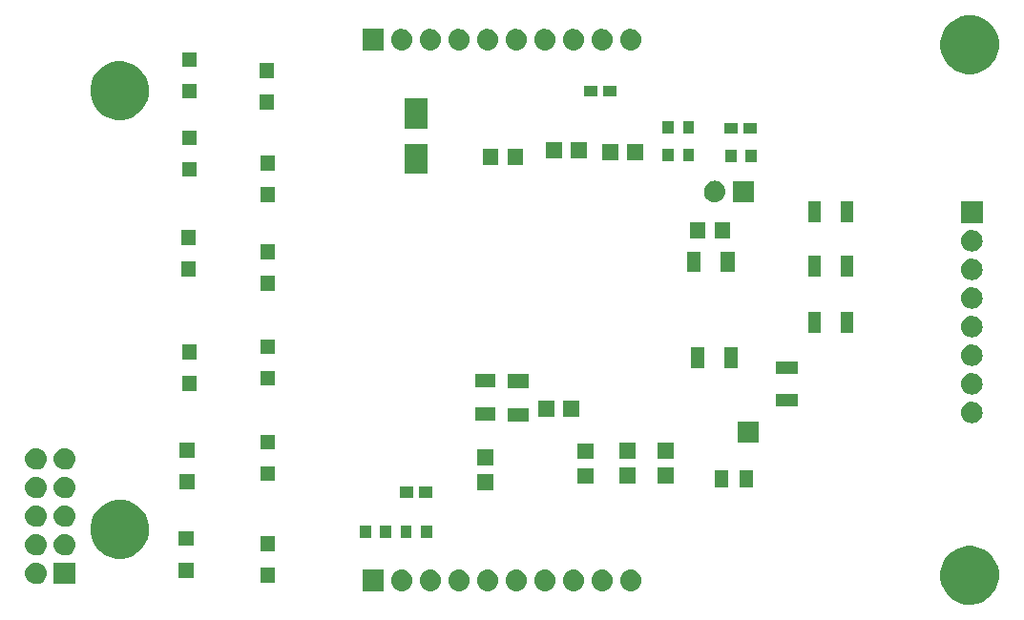
<source format=gbr>
G04 #@! TF.FileFunction,Soldermask,Bot*
%FSLAX46Y46*%
G04 Gerber Fmt 4.6, Leading zero omitted, Abs format (unit mm)*
G04 Created by KiCad (PCBNEW 4.0.7) date 05/28/18 23:31:17*
%MOMM*%
%LPD*%
G01*
G04 APERTURE LIST*
%ADD10C,0.100000*%
G04 APERTURE END LIST*
D10*
G36*
X189683090Y-113281729D02*
X190182559Y-113384255D01*
X190652610Y-113581846D01*
X191075321Y-113866968D01*
X191434610Y-114228773D01*
X191716774Y-114653465D01*
X191911076Y-115124878D01*
X192010012Y-115624539D01*
X192010012Y-115624556D01*
X192010111Y-115625057D01*
X192001979Y-116207443D01*
X192001865Y-116207944D01*
X192001865Y-116207962D01*
X191889018Y-116704659D01*
X191681628Y-117170465D01*
X191387713Y-117587116D01*
X191018469Y-117938742D01*
X190587953Y-118211956D01*
X190112579Y-118396341D01*
X189610434Y-118484883D01*
X189100655Y-118474205D01*
X188602668Y-118364715D01*
X188135428Y-118160583D01*
X187716733Y-117869583D01*
X187362534Y-117502798D01*
X187086325Y-117074207D01*
X186898624Y-116600129D01*
X186806580Y-116098616D01*
X186813698Y-115588776D01*
X186919710Y-115090034D01*
X187120576Y-114621379D01*
X187408646Y-114200663D01*
X187772947Y-113843914D01*
X188199599Y-113564720D01*
X188672357Y-113373714D01*
X189173219Y-113278169D01*
X189683090Y-113281729D01*
X189683090Y-113281729D01*
G37*
G36*
X139210950Y-115394795D02*
X139210971Y-115394801D01*
X139211024Y-115394807D01*
X139388140Y-115449633D01*
X139551233Y-115537817D01*
X139694092Y-115656001D01*
X139811275Y-115799681D01*
X139898319Y-115963386D01*
X139951907Y-116140880D01*
X139970000Y-116325403D01*
X139970000Y-116334722D01*
X139969930Y-116344811D01*
X139969928Y-116344826D01*
X139969907Y-116347861D01*
X139949240Y-116532113D01*
X139893179Y-116708842D01*
X139803858Y-116871316D01*
X139684680Y-117013346D01*
X139540185Y-117129523D01*
X139375876Y-117215422D01*
X139198012Y-117267770D01*
X139197958Y-117267775D01*
X139197941Y-117267780D01*
X139013370Y-117284577D01*
X138829050Y-117265205D01*
X138829029Y-117265199D01*
X138828976Y-117265193D01*
X138651860Y-117210367D01*
X138488767Y-117122183D01*
X138345908Y-117003999D01*
X138228725Y-116860319D01*
X138141681Y-116696614D01*
X138088093Y-116519120D01*
X138070000Y-116334597D01*
X138070000Y-116325278D01*
X138070070Y-116315189D01*
X138070072Y-116315174D01*
X138070093Y-116312139D01*
X138090760Y-116127887D01*
X138146821Y-115951158D01*
X138236142Y-115788684D01*
X138355320Y-115646654D01*
X138499815Y-115530477D01*
X138664124Y-115444578D01*
X138841988Y-115392230D01*
X138842042Y-115392225D01*
X138842059Y-115392220D01*
X139026630Y-115375423D01*
X139210950Y-115394795D01*
X139210950Y-115394795D01*
G37*
G36*
X151910950Y-115394795D02*
X151910971Y-115394801D01*
X151911024Y-115394807D01*
X152088140Y-115449633D01*
X152251233Y-115537817D01*
X152394092Y-115656001D01*
X152511275Y-115799681D01*
X152598319Y-115963386D01*
X152651907Y-116140880D01*
X152670000Y-116325403D01*
X152670000Y-116334722D01*
X152669930Y-116344811D01*
X152669928Y-116344826D01*
X152669907Y-116347861D01*
X152649240Y-116532113D01*
X152593179Y-116708842D01*
X152503858Y-116871316D01*
X152384680Y-117013346D01*
X152240185Y-117129523D01*
X152075876Y-117215422D01*
X151898012Y-117267770D01*
X151897958Y-117267775D01*
X151897941Y-117267780D01*
X151713370Y-117284577D01*
X151529050Y-117265205D01*
X151529029Y-117265199D01*
X151528976Y-117265193D01*
X151351860Y-117210367D01*
X151188767Y-117122183D01*
X151045908Y-117003999D01*
X150928725Y-116860319D01*
X150841681Y-116696614D01*
X150788093Y-116519120D01*
X150770000Y-116334597D01*
X150770000Y-116325278D01*
X150770070Y-116315189D01*
X150770072Y-116315174D01*
X150770093Y-116312139D01*
X150790760Y-116127887D01*
X150846821Y-115951158D01*
X150936142Y-115788684D01*
X151055320Y-115646654D01*
X151199815Y-115530477D01*
X151364124Y-115444578D01*
X151541988Y-115392230D01*
X151542042Y-115392225D01*
X151542059Y-115392220D01*
X151726630Y-115375423D01*
X151910950Y-115394795D01*
X151910950Y-115394795D01*
G37*
G36*
X141750950Y-115394795D02*
X141750971Y-115394801D01*
X141751024Y-115394807D01*
X141928140Y-115449633D01*
X142091233Y-115537817D01*
X142234092Y-115656001D01*
X142351275Y-115799681D01*
X142438319Y-115963386D01*
X142491907Y-116140880D01*
X142510000Y-116325403D01*
X142510000Y-116334722D01*
X142509930Y-116344811D01*
X142509928Y-116344826D01*
X142509907Y-116347861D01*
X142489240Y-116532113D01*
X142433179Y-116708842D01*
X142343858Y-116871316D01*
X142224680Y-117013346D01*
X142080185Y-117129523D01*
X141915876Y-117215422D01*
X141738012Y-117267770D01*
X141737958Y-117267775D01*
X141737941Y-117267780D01*
X141553370Y-117284577D01*
X141369050Y-117265205D01*
X141369029Y-117265199D01*
X141368976Y-117265193D01*
X141191860Y-117210367D01*
X141028767Y-117122183D01*
X140885908Y-117003999D01*
X140768725Y-116860319D01*
X140681681Y-116696614D01*
X140628093Y-116519120D01*
X140610000Y-116334597D01*
X140610000Y-116325278D01*
X140610070Y-116315189D01*
X140610072Y-116315174D01*
X140610093Y-116312139D01*
X140630760Y-116127887D01*
X140686821Y-115951158D01*
X140776142Y-115788684D01*
X140895320Y-115646654D01*
X141039815Y-115530477D01*
X141204124Y-115444578D01*
X141381988Y-115392230D01*
X141382042Y-115392225D01*
X141382059Y-115392220D01*
X141566630Y-115375423D01*
X141750950Y-115394795D01*
X141750950Y-115394795D01*
G37*
G36*
X144290950Y-115394795D02*
X144290971Y-115394801D01*
X144291024Y-115394807D01*
X144468140Y-115449633D01*
X144631233Y-115537817D01*
X144774092Y-115656001D01*
X144891275Y-115799681D01*
X144978319Y-115963386D01*
X145031907Y-116140880D01*
X145050000Y-116325403D01*
X145050000Y-116334722D01*
X145049930Y-116344811D01*
X145049928Y-116344826D01*
X145049907Y-116347861D01*
X145029240Y-116532113D01*
X144973179Y-116708842D01*
X144883858Y-116871316D01*
X144764680Y-117013346D01*
X144620185Y-117129523D01*
X144455876Y-117215422D01*
X144278012Y-117267770D01*
X144277958Y-117267775D01*
X144277941Y-117267780D01*
X144093370Y-117284577D01*
X143909050Y-117265205D01*
X143909029Y-117265199D01*
X143908976Y-117265193D01*
X143731860Y-117210367D01*
X143568767Y-117122183D01*
X143425908Y-117003999D01*
X143308725Y-116860319D01*
X143221681Y-116696614D01*
X143168093Y-116519120D01*
X143150000Y-116334597D01*
X143150000Y-116325278D01*
X143150070Y-116315189D01*
X143150072Y-116315174D01*
X143150093Y-116312139D01*
X143170760Y-116127887D01*
X143226821Y-115951158D01*
X143316142Y-115788684D01*
X143435320Y-115646654D01*
X143579815Y-115530477D01*
X143744124Y-115444578D01*
X143921988Y-115392230D01*
X143922042Y-115392225D01*
X143922059Y-115392220D01*
X144106630Y-115375423D01*
X144290950Y-115394795D01*
X144290950Y-115394795D01*
G37*
G36*
X146830950Y-115394795D02*
X146830971Y-115394801D01*
X146831024Y-115394807D01*
X147008140Y-115449633D01*
X147171233Y-115537817D01*
X147314092Y-115656001D01*
X147431275Y-115799681D01*
X147518319Y-115963386D01*
X147571907Y-116140880D01*
X147590000Y-116325403D01*
X147590000Y-116334722D01*
X147589930Y-116344811D01*
X147589928Y-116344826D01*
X147589907Y-116347861D01*
X147569240Y-116532113D01*
X147513179Y-116708842D01*
X147423858Y-116871316D01*
X147304680Y-117013346D01*
X147160185Y-117129523D01*
X146995876Y-117215422D01*
X146818012Y-117267770D01*
X146817958Y-117267775D01*
X146817941Y-117267780D01*
X146633370Y-117284577D01*
X146449050Y-117265205D01*
X146449029Y-117265199D01*
X146448976Y-117265193D01*
X146271860Y-117210367D01*
X146108767Y-117122183D01*
X145965908Y-117003999D01*
X145848725Y-116860319D01*
X145761681Y-116696614D01*
X145708093Y-116519120D01*
X145690000Y-116334597D01*
X145690000Y-116325278D01*
X145690070Y-116315189D01*
X145690072Y-116315174D01*
X145690093Y-116312139D01*
X145710760Y-116127887D01*
X145766821Y-115951158D01*
X145856142Y-115788684D01*
X145975320Y-115646654D01*
X146119815Y-115530477D01*
X146284124Y-115444578D01*
X146461988Y-115392230D01*
X146462042Y-115392225D01*
X146462059Y-115392220D01*
X146646630Y-115375423D01*
X146830950Y-115394795D01*
X146830950Y-115394795D01*
G37*
G36*
X154450950Y-115394795D02*
X154450971Y-115394801D01*
X154451024Y-115394807D01*
X154628140Y-115449633D01*
X154791233Y-115537817D01*
X154934092Y-115656001D01*
X155051275Y-115799681D01*
X155138319Y-115963386D01*
X155191907Y-116140880D01*
X155210000Y-116325403D01*
X155210000Y-116334722D01*
X155209930Y-116344811D01*
X155209928Y-116344826D01*
X155209907Y-116347861D01*
X155189240Y-116532113D01*
X155133179Y-116708842D01*
X155043858Y-116871316D01*
X154924680Y-117013346D01*
X154780185Y-117129523D01*
X154615876Y-117215422D01*
X154438012Y-117267770D01*
X154437958Y-117267775D01*
X154437941Y-117267780D01*
X154253370Y-117284577D01*
X154069050Y-117265205D01*
X154069029Y-117265199D01*
X154068976Y-117265193D01*
X153891860Y-117210367D01*
X153728767Y-117122183D01*
X153585908Y-117003999D01*
X153468725Y-116860319D01*
X153381681Y-116696614D01*
X153328093Y-116519120D01*
X153310000Y-116334597D01*
X153310000Y-116325278D01*
X153310070Y-116315189D01*
X153310072Y-116315174D01*
X153310093Y-116312139D01*
X153330760Y-116127887D01*
X153386821Y-115951158D01*
X153476142Y-115788684D01*
X153595320Y-115646654D01*
X153739815Y-115530477D01*
X153904124Y-115444578D01*
X154081988Y-115392230D01*
X154082042Y-115392225D01*
X154082059Y-115392220D01*
X154266630Y-115375423D01*
X154450950Y-115394795D01*
X154450950Y-115394795D01*
G37*
G36*
X149370950Y-115394795D02*
X149370971Y-115394801D01*
X149371024Y-115394807D01*
X149548140Y-115449633D01*
X149711233Y-115537817D01*
X149854092Y-115656001D01*
X149971275Y-115799681D01*
X150058319Y-115963386D01*
X150111907Y-116140880D01*
X150130000Y-116325403D01*
X150130000Y-116334722D01*
X150129930Y-116344811D01*
X150129928Y-116344826D01*
X150129907Y-116347861D01*
X150109240Y-116532113D01*
X150053179Y-116708842D01*
X149963858Y-116871316D01*
X149844680Y-117013346D01*
X149700185Y-117129523D01*
X149535876Y-117215422D01*
X149358012Y-117267770D01*
X149357958Y-117267775D01*
X149357941Y-117267780D01*
X149173370Y-117284577D01*
X148989050Y-117265205D01*
X148989029Y-117265199D01*
X148988976Y-117265193D01*
X148811860Y-117210367D01*
X148648767Y-117122183D01*
X148505908Y-117003999D01*
X148388725Y-116860319D01*
X148301681Y-116696614D01*
X148248093Y-116519120D01*
X148230000Y-116334597D01*
X148230000Y-116325278D01*
X148230070Y-116315189D01*
X148230072Y-116315174D01*
X148230093Y-116312139D01*
X148250760Y-116127887D01*
X148306821Y-115951158D01*
X148396142Y-115788684D01*
X148515320Y-115646654D01*
X148659815Y-115530477D01*
X148824124Y-115444578D01*
X149001988Y-115392230D01*
X149002042Y-115392225D01*
X149002059Y-115392220D01*
X149186630Y-115375423D01*
X149370950Y-115394795D01*
X149370950Y-115394795D01*
G37*
G36*
X159530950Y-115394795D02*
X159530971Y-115394801D01*
X159531024Y-115394807D01*
X159708140Y-115449633D01*
X159871233Y-115537817D01*
X160014092Y-115656001D01*
X160131275Y-115799681D01*
X160218319Y-115963386D01*
X160271907Y-116140880D01*
X160290000Y-116325403D01*
X160290000Y-116334722D01*
X160289930Y-116344811D01*
X160289928Y-116344826D01*
X160289907Y-116347861D01*
X160269240Y-116532113D01*
X160213179Y-116708842D01*
X160123858Y-116871316D01*
X160004680Y-117013346D01*
X159860185Y-117129523D01*
X159695876Y-117215422D01*
X159518012Y-117267770D01*
X159517958Y-117267775D01*
X159517941Y-117267780D01*
X159333370Y-117284577D01*
X159149050Y-117265205D01*
X159149029Y-117265199D01*
X159148976Y-117265193D01*
X158971860Y-117210367D01*
X158808767Y-117122183D01*
X158665908Y-117003999D01*
X158548725Y-116860319D01*
X158461681Y-116696614D01*
X158408093Y-116519120D01*
X158390000Y-116334597D01*
X158390000Y-116325278D01*
X158390070Y-116315189D01*
X158390072Y-116315174D01*
X158390093Y-116312139D01*
X158410760Y-116127887D01*
X158466821Y-115951158D01*
X158556142Y-115788684D01*
X158675320Y-115646654D01*
X158819815Y-115530477D01*
X158984124Y-115444578D01*
X159161988Y-115392230D01*
X159162042Y-115392225D01*
X159162059Y-115392220D01*
X159346630Y-115375423D01*
X159530950Y-115394795D01*
X159530950Y-115394795D01*
G37*
G36*
X156990950Y-115394795D02*
X156990971Y-115394801D01*
X156991024Y-115394807D01*
X157168140Y-115449633D01*
X157331233Y-115537817D01*
X157474092Y-115656001D01*
X157591275Y-115799681D01*
X157678319Y-115963386D01*
X157731907Y-116140880D01*
X157750000Y-116325403D01*
X157750000Y-116334722D01*
X157749930Y-116344811D01*
X157749928Y-116344826D01*
X157749907Y-116347861D01*
X157729240Y-116532113D01*
X157673179Y-116708842D01*
X157583858Y-116871316D01*
X157464680Y-117013346D01*
X157320185Y-117129523D01*
X157155876Y-117215422D01*
X156978012Y-117267770D01*
X156977958Y-117267775D01*
X156977941Y-117267780D01*
X156793370Y-117284577D01*
X156609050Y-117265205D01*
X156609029Y-117265199D01*
X156608976Y-117265193D01*
X156431860Y-117210367D01*
X156268767Y-117122183D01*
X156125908Y-117003999D01*
X156008725Y-116860319D01*
X155921681Y-116696614D01*
X155868093Y-116519120D01*
X155850000Y-116334597D01*
X155850000Y-116325278D01*
X155850070Y-116315189D01*
X155850072Y-116315174D01*
X155850093Y-116312139D01*
X155870760Y-116127887D01*
X155926821Y-115951158D01*
X156016142Y-115788684D01*
X156135320Y-115646654D01*
X156279815Y-115530477D01*
X156444124Y-115444578D01*
X156621988Y-115392230D01*
X156622042Y-115392225D01*
X156622059Y-115392220D01*
X156806630Y-115375423D01*
X156990950Y-115394795D01*
X156990950Y-115394795D01*
G37*
G36*
X137430000Y-117280000D02*
X135530000Y-117280000D01*
X135530000Y-115380000D01*
X137430000Y-115380000D01*
X137430000Y-117280000D01*
X137430000Y-117280000D01*
G37*
G36*
X106575067Y-114736472D02*
X106575074Y-114736473D01*
X106578116Y-114736494D01*
X106765006Y-114757457D01*
X106944264Y-114814321D01*
X107109064Y-114904921D01*
X107253128Y-115025804D01*
X107370968Y-115172368D01*
X107458096Y-115339029D01*
X107511194Y-115519439D01*
X107511198Y-115519483D01*
X107511205Y-115519507D01*
X107528242Y-115706723D01*
X107508592Y-115893686D01*
X107508587Y-115893702D01*
X107508581Y-115893759D01*
X107452969Y-116073410D01*
X107363523Y-116238838D01*
X107243648Y-116383742D01*
X107097910Y-116502603D01*
X106931861Y-116590893D01*
X106751826Y-116645248D01*
X106564662Y-116663600D01*
X106555210Y-116663600D01*
X106544933Y-116663528D01*
X106544926Y-116663527D01*
X106541884Y-116663506D01*
X106354994Y-116642543D01*
X106175736Y-116585679D01*
X106010936Y-116495079D01*
X105866872Y-116374196D01*
X105749032Y-116227632D01*
X105661904Y-116060971D01*
X105608806Y-115880561D01*
X105608802Y-115880517D01*
X105608795Y-115880493D01*
X105591758Y-115693277D01*
X105611408Y-115506314D01*
X105611413Y-115506298D01*
X105611419Y-115506241D01*
X105667031Y-115326590D01*
X105756477Y-115161162D01*
X105876352Y-115016258D01*
X106022090Y-114897397D01*
X106188139Y-114809107D01*
X106368174Y-114754752D01*
X106555338Y-114736400D01*
X106564790Y-114736400D01*
X106575067Y-114736472D01*
X106575067Y-114736472D01*
G37*
G36*
X110063600Y-116663600D02*
X108136400Y-116663600D01*
X108136400Y-114736400D01*
X110063600Y-114736400D01*
X110063600Y-116663600D01*
X110063600Y-116663600D01*
G37*
G36*
X127750000Y-116520000D02*
X126450000Y-116520000D01*
X126450000Y-115220000D01*
X127750000Y-115220000D01*
X127750000Y-116520000D01*
X127750000Y-116520000D01*
G37*
G36*
X120550000Y-116080000D02*
X119250000Y-116080000D01*
X119250000Y-114780000D01*
X120550000Y-114780000D01*
X120550000Y-116080000D01*
X120550000Y-116080000D01*
G37*
G36*
X114273090Y-109201729D02*
X114772559Y-109304255D01*
X115242610Y-109501846D01*
X115665321Y-109786968D01*
X116024610Y-110148773D01*
X116306774Y-110573465D01*
X116501076Y-111044878D01*
X116600012Y-111544539D01*
X116600012Y-111544556D01*
X116600111Y-111545057D01*
X116591979Y-112127443D01*
X116591865Y-112127944D01*
X116591865Y-112127962D01*
X116479018Y-112624659D01*
X116271628Y-113090465D01*
X115977713Y-113507116D01*
X115608469Y-113858742D01*
X115177953Y-114131956D01*
X114702579Y-114316341D01*
X114200434Y-114404883D01*
X113690655Y-114394205D01*
X113192668Y-114284715D01*
X112725428Y-114080583D01*
X112306733Y-113789583D01*
X111952534Y-113422798D01*
X111676325Y-112994207D01*
X111488624Y-112520129D01*
X111396580Y-112018616D01*
X111403698Y-111508776D01*
X111509710Y-111010034D01*
X111710576Y-110541379D01*
X111998646Y-110120663D01*
X112362947Y-109763914D01*
X112789599Y-109484720D01*
X113262357Y-109293714D01*
X113763219Y-109198169D01*
X114273090Y-109201729D01*
X114273090Y-109201729D01*
G37*
G36*
X106575067Y-112196472D02*
X106575074Y-112196473D01*
X106578116Y-112196494D01*
X106765006Y-112217457D01*
X106944264Y-112274321D01*
X107109064Y-112364921D01*
X107253128Y-112485804D01*
X107370968Y-112632368D01*
X107458096Y-112799029D01*
X107511194Y-112979439D01*
X107511198Y-112979483D01*
X107511205Y-112979507D01*
X107528242Y-113166723D01*
X107508592Y-113353686D01*
X107508587Y-113353702D01*
X107508581Y-113353759D01*
X107452969Y-113533410D01*
X107363523Y-113698838D01*
X107243648Y-113843742D01*
X107097910Y-113962603D01*
X106931861Y-114050893D01*
X106751826Y-114105248D01*
X106564662Y-114123600D01*
X106555210Y-114123600D01*
X106544933Y-114123528D01*
X106544926Y-114123527D01*
X106541884Y-114123506D01*
X106354994Y-114102543D01*
X106175736Y-114045679D01*
X106010936Y-113955079D01*
X105866872Y-113834196D01*
X105749032Y-113687632D01*
X105661904Y-113520971D01*
X105608806Y-113340561D01*
X105608802Y-113340517D01*
X105608795Y-113340493D01*
X105591758Y-113153277D01*
X105611408Y-112966314D01*
X105611413Y-112966298D01*
X105611419Y-112966241D01*
X105667031Y-112786590D01*
X105756477Y-112621162D01*
X105876352Y-112476258D01*
X106022090Y-112357397D01*
X106188139Y-112269107D01*
X106368174Y-112214752D01*
X106555338Y-112196400D01*
X106564790Y-112196400D01*
X106575067Y-112196472D01*
X106575067Y-112196472D01*
G37*
G36*
X109115067Y-112196472D02*
X109115074Y-112196473D01*
X109118116Y-112196494D01*
X109305006Y-112217457D01*
X109484264Y-112274321D01*
X109649064Y-112364921D01*
X109793128Y-112485804D01*
X109910968Y-112632368D01*
X109998096Y-112799029D01*
X110051194Y-112979439D01*
X110051198Y-112979483D01*
X110051205Y-112979507D01*
X110068242Y-113166723D01*
X110048592Y-113353686D01*
X110048587Y-113353702D01*
X110048581Y-113353759D01*
X109992969Y-113533410D01*
X109903523Y-113698838D01*
X109783648Y-113843742D01*
X109637910Y-113962603D01*
X109471861Y-114050893D01*
X109291826Y-114105248D01*
X109104662Y-114123600D01*
X109095210Y-114123600D01*
X109084933Y-114123528D01*
X109084926Y-114123527D01*
X109081884Y-114123506D01*
X108894994Y-114102543D01*
X108715736Y-114045679D01*
X108550936Y-113955079D01*
X108406872Y-113834196D01*
X108289032Y-113687632D01*
X108201904Y-113520971D01*
X108148806Y-113340561D01*
X108148802Y-113340517D01*
X108148795Y-113340493D01*
X108131758Y-113153277D01*
X108151408Y-112966314D01*
X108151413Y-112966298D01*
X108151419Y-112966241D01*
X108207031Y-112786590D01*
X108296477Y-112621162D01*
X108416352Y-112476258D01*
X108562090Y-112357397D01*
X108728139Y-112269107D01*
X108908174Y-112214752D01*
X109095338Y-112196400D01*
X109104790Y-112196400D01*
X109115067Y-112196472D01*
X109115067Y-112196472D01*
G37*
G36*
X127750000Y-113720000D02*
X126450000Y-113720000D01*
X126450000Y-112420000D01*
X127750000Y-112420000D01*
X127750000Y-113720000D01*
X127750000Y-113720000D01*
G37*
G36*
X120550000Y-113280000D02*
X119250000Y-113280000D01*
X119250000Y-111980000D01*
X120550000Y-111980000D01*
X120550000Y-113280000D01*
X120550000Y-113280000D01*
G37*
G36*
X136300000Y-112550000D02*
X135300000Y-112550000D01*
X135300000Y-111450000D01*
X136300000Y-111450000D01*
X136300000Y-112550000D01*
X136300000Y-112550000D01*
G37*
G36*
X139900000Y-112550000D02*
X138900000Y-112550000D01*
X138900000Y-111450000D01*
X139900000Y-111450000D01*
X139900000Y-112550000D01*
X139900000Y-112550000D01*
G37*
G36*
X138100000Y-112550000D02*
X137100000Y-112550000D01*
X137100000Y-111450000D01*
X138100000Y-111450000D01*
X138100000Y-112550000D01*
X138100000Y-112550000D01*
G37*
G36*
X141700000Y-112550000D02*
X140700000Y-112550000D01*
X140700000Y-111450000D01*
X141700000Y-111450000D01*
X141700000Y-112550000D01*
X141700000Y-112550000D01*
G37*
G36*
X109115067Y-109656472D02*
X109115074Y-109656473D01*
X109118116Y-109656494D01*
X109305006Y-109677457D01*
X109484264Y-109734321D01*
X109649064Y-109824921D01*
X109793128Y-109945804D01*
X109910968Y-110092368D01*
X109998096Y-110259029D01*
X110051194Y-110439439D01*
X110051198Y-110439483D01*
X110051205Y-110439507D01*
X110068242Y-110626723D01*
X110048592Y-110813686D01*
X110048587Y-110813702D01*
X110048581Y-110813759D01*
X109992969Y-110993410D01*
X109903523Y-111158838D01*
X109783648Y-111303742D01*
X109637910Y-111422603D01*
X109471861Y-111510893D01*
X109291826Y-111565248D01*
X109104662Y-111583600D01*
X109095210Y-111583600D01*
X109084933Y-111583528D01*
X109084926Y-111583527D01*
X109081884Y-111583506D01*
X108894994Y-111562543D01*
X108715736Y-111505679D01*
X108550936Y-111415079D01*
X108406872Y-111294196D01*
X108289032Y-111147632D01*
X108201904Y-110980971D01*
X108148806Y-110800561D01*
X108148802Y-110800517D01*
X108148795Y-110800493D01*
X108131758Y-110613277D01*
X108151408Y-110426314D01*
X108151413Y-110426298D01*
X108151419Y-110426241D01*
X108207031Y-110246590D01*
X108296477Y-110081162D01*
X108416352Y-109936258D01*
X108562090Y-109817397D01*
X108728139Y-109729107D01*
X108908174Y-109674752D01*
X109095338Y-109656400D01*
X109104790Y-109656400D01*
X109115067Y-109656472D01*
X109115067Y-109656472D01*
G37*
G36*
X106575067Y-109656472D02*
X106575074Y-109656473D01*
X106578116Y-109656494D01*
X106765006Y-109677457D01*
X106944264Y-109734321D01*
X107109064Y-109824921D01*
X107253128Y-109945804D01*
X107370968Y-110092368D01*
X107458096Y-110259029D01*
X107511194Y-110439439D01*
X107511198Y-110439483D01*
X107511205Y-110439507D01*
X107528242Y-110626723D01*
X107508592Y-110813686D01*
X107508587Y-110813702D01*
X107508581Y-110813759D01*
X107452969Y-110993410D01*
X107363523Y-111158838D01*
X107243648Y-111303742D01*
X107097910Y-111422603D01*
X106931861Y-111510893D01*
X106751826Y-111565248D01*
X106564662Y-111583600D01*
X106555210Y-111583600D01*
X106544933Y-111583528D01*
X106544926Y-111583527D01*
X106541884Y-111583506D01*
X106354994Y-111562543D01*
X106175736Y-111505679D01*
X106010936Y-111415079D01*
X105866872Y-111294196D01*
X105749032Y-111147632D01*
X105661904Y-110980971D01*
X105608806Y-110800561D01*
X105608802Y-110800517D01*
X105608795Y-110800493D01*
X105591758Y-110613277D01*
X105611408Y-110426314D01*
X105611413Y-110426298D01*
X105611419Y-110426241D01*
X105667031Y-110246590D01*
X105756477Y-110081162D01*
X105876352Y-109936258D01*
X106022090Y-109817397D01*
X106188139Y-109729107D01*
X106368174Y-109674752D01*
X106555338Y-109656400D01*
X106564790Y-109656400D01*
X106575067Y-109656472D01*
X106575067Y-109656472D01*
G37*
G36*
X109115067Y-107116472D02*
X109115074Y-107116473D01*
X109118116Y-107116494D01*
X109305006Y-107137457D01*
X109484264Y-107194321D01*
X109649064Y-107284921D01*
X109793128Y-107405804D01*
X109910968Y-107552368D01*
X109998096Y-107719029D01*
X110051194Y-107899439D01*
X110051198Y-107899483D01*
X110051205Y-107899507D01*
X110068242Y-108086723D01*
X110048592Y-108273686D01*
X110048587Y-108273702D01*
X110048581Y-108273759D01*
X109992969Y-108453410D01*
X109903523Y-108618838D01*
X109783648Y-108763742D01*
X109637910Y-108882603D01*
X109471861Y-108970893D01*
X109291826Y-109025248D01*
X109104662Y-109043600D01*
X109095210Y-109043600D01*
X109084933Y-109043528D01*
X109084926Y-109043527D01*
X109081884Y-109043506D01*
X108894994Y-109022543D01*
X108715736Y-108965679D01*
X108550936Y-108875079D01*
X108406872Y-108754196D01*
X108289032Y-108607632D01*
X108201904Y-108440971D01*
X108148806Y-108260561D01*
X108148802Y-108260517D01*
X108148795Y-108260493D01*
X108131758Y-108073277D01*
X108151408Y-107886314D01*
X108151413Y-107886298D01*
X108151419Y-107886241D01*
X108207031Y-107706590D01*
X108296477Y-107541162D01*
X108416352Y-107396258D01*
X108562090Y-107277397D01*
X108728139Y-107189107D01*
X108908174Y-107134752D01*
X109095338Y-107116400D01*
X109104790Y-107116400D01*
X109115067Y-107116472D01*
X109115067Y-107116472D01*
G37*
G36*
X106575067Y-107116472D02*
X106575074Y-107116473D01*
X106578116Y-107116494D01*
X106765006Y-107137457D01*
X106944264Y-107194321D01*
X107109064Y-107284921D01*
X107253128Y-107405804D01*
X107370968Y-107552368D01*
X107458096Y-107719029D01*
X107511194Y-107899439D01*
X107511198Y-107899483D01*
X107511205Y-107899507D01*
X107528242Y-108086723D01*
X107508592Y-108273686D01*
X107508587Y-108273702D01*
X107508581Y-108273759D01*
X107452969Y-108453410D01*
X107363523Y-108618838D01*
X107243648Y-108763742D01*
X107097910Y-108882603D01*
X106931861Y-108970893D01*
X106751826Y-109025248D01*
X106564662Y-109043600D01*
X106555210Y-109043600D01*
X106544933Y-109043528D01*
X106544926Y-109043527D01*
X106541884Y-109043506D01*
X106354994Y-109022543D01*
X106175736Y-108965679D01*
X106010936Y-108875079D01*
X105866872Y-108754196D01*
X105749032Y-108607632D01*
X105661904Y-108440971D01*
X105608806Y-108260561D01*
X105608802Y-108260517D01*
X105608795Y-108260493D01*
X105591758Y-108073277D01*
X105611408Y-107886314D01*
X105611413Y-107886298D01*
X105611419Y-107886241D01*
X105667031Y-107706590D01*
X105756477Y-107541162D01*
X105876352Y-107396258D01*
X106022090Y-107277397D01*
X106188139Y-107189107D01*
X106368174Y-107134752D01*
X106555338Y-107116400D01*
X106564790Y-107116400D01*
X106575067Y-107116472D01*
X106575067Y-107116472D01*
G37*
G36*
X140050000Y-108975000D02*
X138850000Y-108975000D01*
X138850000Y-108025000D01*
X140050000Y-108025000D01*
X140050000Y-108975000D01*
X140050000Y-108975000D01*
G37*
G36*
X141750000Y-108975000D02*
X140550000Y-108975000D01*
X140550000Y-108025000D01*
X141750000Y-108025000D01*
X141750000Y-108975000D01*
X141750000Y-108975000D01*
G37*
G36*
X147135000Y-108300000D02*
X145685000Y-108300000D01*
X145685000Y-106900000D01*
X147135000Y-106900000D01*
X147135000Y-108300000D01*
X147135000Y-108300000D01*
G37*
G36*
X120630000Y-108230000D02*
X119330000Y-108230000D01*
X119330000Y-106930000D01*
X120630000Y-106930000D01*
X120630000Y-108230000D01*
X120630000Y-108230000D01*
G37*
G36*
X170200000Y-108050000D02*
X169000000Y-108050000D01*
X169000000Y-106550000D01*
X170200000Y-106550000D01*
X170200000Y-108050000D01*
X170200000Y-108050000D01*
G37*
G36*
X168000000Y-108050000D02*
X166800000Y-108050000D01*
X166800000Y-106550000D01*
X168000000Y-106550000D01*
X168000000Y-108050000D01*
X168000000Y-108050000D01*
G37*
G36*
X156035000Y-107750000D02*
X154585000Y-107750000D01*
X154585000Y-106350000D01*
X156035000Y-106350000D01*
X156035000Y-107750000D01*
X156035000Y-107750000D01*
G37*
G36*
X163135000Y-107730000D02*
X161685000Y-107730000D01*
X161685000Y-106330000D01*
X163135000Y-106330000D01*
X163135000Y-107730000D01*
X163135000Y-107730000D01*
G37*
G36*
X159765000Y-107700000D02*
X158315000Y-107700000D01*
X158315000Y-106300000D01*
X159765000Y-106300000D01*
X159765000Y-107700000D01*
X159765000Y-107700000D01*
G37*
G36*
X127750000Y-107520000D02*
X126450000Y-107520000D01*
X126450000Y-106220000D01*
X127750000Y-106220000D01*
X127750000Y-107520000D01*
X127750000Y-107520000D01*
G37*
G36*
X109115067Y-104576472D02*
X109115074Y-104576473D01*
X109118116Y-104576494D01*
X109305006Y-104597457D01*
X109484264Y-104654321D01*
X109649064Y-104744921D01*
X109793128Y-104865804D01*
X109910968Y-105012368D01*
X109998096Y-105179029D01*
X110051194Y-105359439D01*
X110051198Y-105359483D01*
X110051205Y-105359507D01*
X110068242Y-105546723D01*
X110048592Y-105733686D01*
X110048587Y-105733702D01*
X110048581Y-105733759D01*
X109992969Y-105913410D01*
X109903523Y-106078838D01*
X109783648Y-106223742D01*
X109637910Y-106342603D01*
X109471861Y-106430893D01*
X109291826Y-106485248D01*
X109104662Y-106503600D01*
X109095210Y-106503600D01*
X109084933Y-106503528D01*
X109084926Y-106503527D01*
X109081884Y-106503506D01*
X108894994Y-106482543D01*
X108715736Y-106425679D01*
X108550936Y-106335079D01*
X108406872Y-106214196D01*
X108289032Y-106067632D01*
X108201904Y-105900971D01*
X108148806Y-105720561D01*
X108148802Y-105720517D01*
X108148795Y-105720493D01*
X108131758Y-105533277D01*
X108151408Y-105346314D01*
X108151413Y-105346298D01*
X108151419Y-105346241D01*
X108207031Y-105166590D01*
X108296477Y-105001162D01*
X108416352Y-104856258D01*
X108562090Y-104737397D01*
X108728139Y-104649107D01*
X108908174Y-104594752D01*
X109095338Y-104576400D01*
X109104790Y-104576400D01*
X109115067Y-104576472D01*
X109115067Y-104576472D01*
G37*
G36*
X106575067Y-104576472D02*
X106575074Y-104576473D01*
X106578116Y-104576494D01*
X106765006Y-104597457D01*
X106944264Y-104654321D01*
X107109064Y-104744921D01*
X107253128Y-104865804D01*
X107370968Y-105012368D01*
X107458096Y-105179029D01*
X107511194Y-105359439D01*
X107511198Y-105359483D01*
X107511205Y-105359507D01*
X107528242Y-105546723D01*
X107508592Y-105733686D01*
X107508587Y-105733702D01*
X107508581Y-105733759D01*
X107452969Y-105913410D01*
X107363523Y-106078838D01*
X107243648Y-106223742D01*
X107097910Y-106342603D01*
X106931861Y-106430893D01*
X106751826Y-106485248D01*
X106564662Y-106503600D01*
X106555210Y-106503600D01*
X106544933Y-106503528D01*
X106544926Y-106503527D01*
X106541884Y-106503506D01*
X106354994Y-106482543D01*
X106175736Y-106425679D01*
X106010936Y-106335079D01*
X105866872Y-106214196D01*
X105749032Y-106067632D01*
X105661904Y-105900971D01*
X105608806Y-105720561D01*
X105608802Y-105720517D01*
X105608795Y-105720493D01*
X105591758Y-105533277D01*
X105611408Y-105346314D01*
X105611413Y-105346298D01*
X105611419Y-105346241D01*
X105667031Y-105166590D01*
X105756477Y-105001162D01*
X105876352Y-104856258D01*
X106022090Y-104737397D01*
X106188139Y-104649107D01*
X106368174Y-104594752D01*
X106555338Y-104576400D01*
X106564790Y-104576400D01*
X106575067Y-104576472D01*
X106575067Y-104576472D01*
G37*
G36*
X147135000Y-106100000D02*
X145685000Y-106100000D01*
X145685000Y-104700000D01*
X147135000Y-104700000D01*
X147135000Y-106100000D01*
X147135000Y-106100000D01*
G37*
G36*
X156035000Y-105550000D02*
X154585000Y-105550000D01*
X154585000Y-104150000D01*
X156035000Y-104150000D01*
X156035000Y-105550000D01*
X156035000Y-105550000D01*
G37*
G36*
X163135000Y-105530000D02*
X161685000Y-105530000D01*
X161685000Y-104130000D01*
X163135000Y-104130000D01*
X163135000Y-105530000D01*
X163135000Y-105530000D01*
G37*
G36*
X159765000Y-105500000D02*
X158315000Y-105500000D01*
X158315000Y-104100000D01*
X159765000Y-104100000D01*
X159765000Y-105500000D01*
X159765000Y-105500000D01*
G37*
G36*
X120630000Y-105430000D02*
X119330000Y-105430000D01*
X119330000Y-104130000D01*
X120630000Y-104130000D01*
X120630000Y-105430000D01*
X120630000Y-105430000D01*
G37*
G36*
X127750000Y-104720000D02*
X126450000Y-104720000D01*
X126450000Y-103420000D01*
X127750000Y-103420000D01*
X127750000Y-104720000D01*
X127750000Y-104720000D01*
G37*
G36*
X170690000Y-104100000D02*
X168790000Y-104100000D01*
X168790000Y-102200000D01*
X170690000Y-102200000D01*
X170690000Y-104100000D01*
X170690000Y-104100000D01*
G37*
G36*
X189614811Y-100480070D02*
X189614826Y-100480072D01*
X189617861Y-100480093D01*
X189802113Y-100500760D01*
X189978842Y-100556821D01*
X190141316Y-100646142D01*
X190283346Y-100765320D01*
X190399523Y-100909815D01*
X190485422Y-101074124D01*
X190537770Y-101251988D01*
X190537775Y-101252042D01*
X190537780Y-101252059D01*
X190554577Y-101436630D01*
X190535205Y-101620950D01*
X190535199Y-101620971D01*
X190535193Y-101621024D01*
X190480367Y-101798140D01*
X190392183Y-101961233D01*
X190273999Y-102104092D01*
X190130319Y-102221275D01*
X189966614Y-102308319D01*
X189789120Y-102361907D01*
X189604597Y-102380000D01*
X189595278Y-102380000D01*
X189585189Y-102379930D01*
X189585174Y-102379928D01*
X189582139Y-102379907D01*
X189397887Y-102359240D01*
X189221158Y-102303179D01*
X189058684Y-102213858D01*
X188916654Y-102094680D01*
X188800477Y-101950185D01*
X188714578Y-101785876D01*
X188662230Y-101608012D01*
X188662225Y-101607958D01*
X188662220Y-101607941D01*
X188645423Y-101423370D01*
X188664795Y-101239050D01*
X188664801Y-101239029D01*
X188664807Y-101238976D01*
X188719633Y-101061860D01*
X188807817Y-100898767D01*
X188926001Y-100755908D01*
X189069681Y-100638725D01*
X189233386Y-100551681D01*
X189410880Y-100498093D01*
X189595403Y-100480000D01*
X189604722Y-100480000D01*
X189614811Y-100480070D01*
X189614811Y-100480070D01*
G37*
G36*
X150260000Y-102240000D02*
X148460000Y-102240000D01*
X148460000Y-101040000D01*
X150260000Y-101040000D01*
X150260000Y-102240000D01*
X150260000Y-102240000D01*
G37*
G36*
X147320000Y-102190000D02*
X145520000Y-102190000D01*
X145520000Y-100990000D01*
X147320000Y-100990000D01*
X147320000Y-102190000D01*
X147320000Y-102190000D01*
G37*
G36*
X154760000Y-101825000D02*
X153360000Y-101825000D01*
X153360000Y-100375000D01*
X154760000Y-100375000D01*
X154760000Y-101825000D01*
X154760000Y-101825000D01*
G37*
G36*
X152560000Y-101825000D02*
X151160000Y-101825000D01*
X151160000Y-100375000D01*
X152560000Y-100375000D01*
X152560000Y-101825000D01*
X152560000Y-101825000D01*
G37*
G36*
X174150000Y-100900000D02*
X172250000Y-100900000D01*
X172250000Y-99800000D01*
X174150000Y-99800000D01*
X174150000Y-100900000D01*
X174150000Y-100900000D01*
G37*
G36*
X189614811Y-97940070D02*
X189614826Y-97940072D01*
X189617861Y-97940093D01*
X189802113Y-97960760D01*
X189978842Y-98016821D01*
X190141316Y-98106142D01*
X190283346Y-98225320D01*
X190399523Y-98369815D01*
X190485422Y-98534124D01*
X190537770Y-98711988D01*
X190537775Y-98712042D01*
X190537780Y-98712059D01*
X190554577Y-98896630D01*
X190535205Y-99080950D01*
X190535199Y-99080971D01*
X190535193Y-99081024D01*
X190480367Y-99258140D01*
X190392183Y-99421233D01*
X190273999Y-99564092D01*
X190130319Y-99681275D01*
X189966614Y-99768319D01*
X189789120Y-99821907D01*
X189604597Y-99840000D01*
X189595278Y-99840000D01*
X189585189Y-99839930D01*
X189585174Y-99839928D01*
X189582139Y-99839907D01*
X189397887Y-99819240D01*
X189221158Y-99763179D01*
X189058684Y-99673858D01*
X188916654Y-99554680D01*
X188800477Y-99410185D01*
X188714578Y-99245876D01*
X188662230Y-99068012D01*
X188662225Y-99067958D01*
X188662220Y-99067941D01*
X188645423Y-98883370D01*
X188664795Y-98699050D01*
X188664801Y-98699029D01*
X188664807Y-98698976D01*
X188719633Y-98521860D01*
X188807817Y-98358767D01*
X188926001Y-98215908D01*
X189069681Y-98098725D01*
X189233386Y-98011681D01*
X189410880Y-97958093D01*
X189595403Y-97940000D01*
X189604722Y-97940000D01*
X189614811Y-97940070D01*
X189614811Y-97940070D01*
G37*
G36*
X120820000Y-99510000D02*
X119520000Y-99510000D01*
X119520000Y-98210000D01*
X120820000Y-98210000D01*
X120820000Y-99510000D01*
X120820000Y-99510000D01*
G37*
G36*
X150260000Y-99240000D02*
X148460000Y-99240000D01*
X148460000Y-98040000D01*
X150260000Y-98040000D01*
X150260000Y-99240000D01*
X150260000Y-99240000D01*
G37*
G36*
X147320000Y-99190000D02*
X145520000Y-99190000D01*
X145520000Y-97990000D01*
X147320000Y-97990000D01*
X147320000Y-99190000D01*
X147320000Y-99190000D01*
G37*
G36*
X127750000Y-99020000D02*
X126450000Y-99020000D01*
X126450000Y-97720000D01*
X127750000Y-97720000D01*
X127750000Y-99020000D01*
X127750000Y-99020000D01*
G37*
G36*
X174150000Y-98000000D02*
X172250000Y-98000000D01*
X172250000Y-96900000D01*
X174150000Y-96900000D01*
X174150000Y-98000000D01*
X174150000Y-98000000D01*
G37*
G36*
X168850000Y-97460000D02*
X167650000Y-97460000D01*
X167650000Y-95660000D01*
X168850000Y-95660000D01*
X168850000Y-97460000D01*
X168850000Y-97460000D01*
G37*
G36*
X165850000Y-97460000D02*
X164650000Y-97460000D01*
X164650000Y-95660000D01*
X165850000Y-95660000D01*
X165850000Y-97460000D01*
X165850000Y-97460000D01*
G37*
G36*
X189614811Y-95400070D02*
X189614826Y-95400072D01*
X189617861Y-95400093D01*
X189802113Y-95420760D01*
X189978842Y-95476821D01*
X190141316Y-95566142D01*
X190283346Y-95685320D01*
X190399523Y-95829815D01*
X190485422Y-95994124D01*
X190537770Y-96171988D01*
X190537775Y-96172042D01*
X190537780Y-96172059D01*
X190554577Y-96356630D01*
X190535205Y-96540950D01*
X190535199Y-96540971D01*
X190535193Y-96541024D01*
X190480367Y-96718140D01*
X190392183Y-96881233D01*
X190273999Y-97024092D01*
X190130319Y-97141275D01*
X189966614Y-97228319D01*
X189789120Y-97281907D01*
X189604597Y-97300000D01*
X189595278Y-97300000D01*
X189585189Y-97299930D01*
X189585174Y-97299928D01*
X189582139Y-97299907D01*
X189397887Y-97279240D01*
X189221158Y-97223179D01*
X189058684Y-97133858D01*
X188916654Y-97014680D01*
X188800477Y-96870185D01*
X188714578Y-96705876D01*
X188662230Y-96528012D01*
X188662225Y-96527958D01*
X188662220Y-96527941D01*
X188645423Y-96343370D01*
X188664795Y-96159050D01*
X188664801Y-96159029D01*
X188664807Y-96158976D01*
X188719633Y-95981860D01*
X188807817Y-95818767D01*
X188926001Y-95675908D01*
X189069681Y-95558725D01*
X189233386Y-95471681D01*
X189410880Y-95418093D01*
X189595403Y-95400000D01*
X189604722Y-95400000D01*
X189614811Y-95400070D01*
X189614811Y-95400070D01*
G37*
G36*
X120820000Y-96710000D02*
X119520000Y-96710000D01*
X119520000Y-95410000D01*
X120820000Y-95410000D01*
X120820000Y-96710000D01*
X120820000Y-96710000D01*
G37*
G36*
X127750000Y-96220000D02*
X126450000Y-96220000D01*
X126450000Y-94920000D01*
X127750000Y-94920000D01*
X127750000Y-96220000D01*
X127750000Y-96220000D01*
G37*
G36*
X189614811Y-92860070D02*
X189614826Y-92860072D01*
X189617861Y-92860093D01*
X189802113Y-92880760D01*
X189978842Y-92936821D01*
X190141316Y-93026142D01*
X190283346Y-93145320D01*
X190399523Y-93289815D01*
X190485422Y-93454124D01*
X190537770Y-93631988D01*
X190537775Y-93632042D01*
X190537780Y-93632059D01*
X190554577Y-93816630D01*
X190535205Y-94000950D01*
X190535199Y-94000971D01*
X190535193Y-94001024D01*
X190480367Y-94178140D01*
X190392183Y-94341233D01*
X190273999Y-94484092D01*
X190130319Y-94601275D01*
X189966614Y-94688319D01*
X189789120Y-94741907D01*
X189604597Y-94760000D01*
X189595278Y-94760000D01*
X189585189Y-94759930D01*
X189585174Y-94759928D01*
X189582139Y-94759907D01*
X189397887Y-94739240D01*
X189221158Y-94683179D01*
X189058684Y-94593858D01*
X188916654Y-94474680D01*
X188800477Y-94330185D01*
X188714578Y-94165876D01*
X188662230Y-93988012D01*
X188662225Y-93987958D01*
X188662220Y-93987941D01*
X188645423Y-93803370D01*
X188664795Y-93619050D01*
X188664801Y-93619029D01*
X188664807Y-93618976D01*
X188719633Y-93441860D01*
X188807817Y-93278767D01*
X188926001Y-93135908D01*
X189069681Y-93018725D01*
X189233386Y-92931681D01*
X189410880Y-92878093D01*
X189595403Y-92860000D01*
X189604722Y-92860000D01*
X189614811Y-92860070D01*
X189614811Y-92860070D01*
G37*
G36*
X176150000Y-94380000D02*
X175050000Y-94380000D01*
X175050000Y-92480000D01*
X176150000Y-92480000D01*
X176150000Y-94380000D01*
X176150000Y-94380000D01*
G37*
G36*
X179050000Y-94380000D02*
X177950000Y-94380000D01*
X177950000Y-92480000D01*
X179050000Y-92480000D01*
X179050000Y-94380000D01*
X179050000Y-94380000D01*
G37*
G36*
X189614811Y-90320070D02*
X189614826Y-90320072D01*
X189617861Y-90320093D01*
X189802113Y-90340760D01*
X189978842Y-90396821D01*
X190141316Y-90486142D01*
X190283346Y-90605320D01*
X190399523Y-90749815D01*
X190485422Y-90914124D01*
X190537770Y-91091988D01*
X190537775Y-91092042D01*
X190537780Y-91092059D01*
X190554577Y-91276630D01*
X190535205Y-91460950D01*
X190535199Y-91460971D01*
X190535193Y-91461024D01*
X190480367Y-91638140D01*
X190392183Y-91801233D01*
X190273999Y-91944092D01*
X190130319Y-92061275D01*
X189966614Y-92148319D01*
X189789120Y-92201907D01*
X189604597Y-92220000D01*
X189595278Y-92220000D01*
X189585189Y-92219930D01*
X189585174Y-92219928D01*
X189582139Y-92219907D01*
X189397887Y-92199240D01*
X189221158Y-92143179D01*
X189058684Y-92053858D01*
X188916654Y-91934680D01*
X188800477Y-91790185D01*
X188714578Y-91625876D01*
X188662230Y-91448012D01*
X188662225Y-91447958D01*
X188662220Y-91447941D01*
X188645423Y-91263370D01*
X188664795Y-91079050D01*
X188664801Y-91079029D01*
X188664807Y-91078976D01*
X188719633Y-90901860D01*
X188807817Y-90738767D01*
X188926001Y-90595908D01*
X189069681Y-90478725D01*
X189233386Y-90391681D01*
X189410880Y-90338093D01*
X189595403Y-90320000D01*
X189604722Y-90320000D01*
X189614811Y-90320070D01*
X189614811Y-90320070D01*
G37*
G36*
X127750000Y-90620000D02*
X126450000Y-90620000D01*
X126450000Y-89320000D01*
X127750000Y-89320000D01*
X127750000Y-90620000D01*
X127750000Y-90620000D01*
G37*
G36*
X189614811Y-87780070D02*
X189614826Y-87780072D01*
X189617861Y-87780093D01*
X189802113Y-87800760D01*
X189978842Y-87856821D01*
X190141316Y-87946142D01*
X190283346Y-88065320D01*
X190399523Y-88209815D01*
X190485422Y-88374124D01*
X190537770Y-88551988D01*
X190537775Y-88552042D01*
X190537780Y-88552059D01*
X190554577Y-88736630D01*
X190535205Y-88920950D01*
X190535199Y-88920971D01*
X190535193Y-88921024D01*
X190480367Y-89098140D01*
X190392183Y-89261233D01*
X190273999Y-89404092D01*
X190130319Y-89521275D01*
X189966614Y-89608319D01*
X189789120Y-89661907D01*
X189604597Y-89680000D01*
X189595278Y-89680000D01*
X189585189Y-89679930D01*
X189585174Y-89679928D01*
X189582139Y-89679907D01*
X189397887Y-89659240D01*
X189221158Y-89603179D01*
X189058684Y-89513858D01*
X188916654Y-89394680D01*
X188800477Y-89250185D01*
X188714578Y-89085876D01*
X188662230Y-88908012D01*
X188662225Y-88907958D01*
X188662220Y-88907941D01*
X188645423Y-88723370D01*
X188664795Y-88539050D01*
X188664801Y-88539029D01*
X188664807Y-88538976D01*
X188719633Y-88361860D01*
X188807817Y-88198767D01*
X188926001Y-88055908D01*
X189069681Y-87938725D01*
X189233386Y-87851681D01*
X189410880Y-87798093D01*
X189595403Y-87780000D01*
X189604722Y-87780000D01*
X189614811Y-87780070D01*
X189614811Y-87780070D01*
G37*
G36*
X176180000Y-89370000D02*
X175080000Y-89370000D01*
X175080000Y-87470000D01*
X176180000Y-87470000D01*
X176180000Y-89370000D01*
X176180000Y-89370000D01*
G37*
G36*
X179080000Y-89370000D02*
X177980000Y-89370000D01*
X177980000Y-87470000D01*
X179080000Y-87470000D01*
X179080000Y-89370000D01*
X179080000Y-89370000D01*
G37*
G36*
X120740000Y-89330000D02*
X119440000Y-89330000D01*
X119440000Y-88030000D01*
X120740000Y-88030000D01*
X120740000Y-89330000D01*
X120740000Y-89330000D01*
G37*
G36*
X168540000Y-88940000D02*
X167340000Y-88940000D01*
X167340000Y-87140000D01*
X168540000Y-87140000D01*
X168540000Y-88940000D01*
X168540000Y-88940000D01*
G37*
G36*
X165540000Y-88940000D02*
X164340000Y-88940000D01*
X164340000Y-87140000D01*
X165540000Y-87140000D01*
X165540000Y-88940000D01*
X165540000Y-88940000D01*
G37*
G36*
X127750000Y-87820000D02*
X126450000Y-87820000D01*
X126450000Y-86520000D01*
X127750000Y-86520000D01*
X127750000Y-87820000D01*
X127750000Y-87820000D01*
G37*
G36*
X189614811Y-85240070D02*
X189614826Y-85240072D01*
X189617861Y-85240093D01*
X189802113Y-85260760D01*
X189978842Y-85316821D01*
X190141316Y-85406142D01*
X190283346Y-85525320D01*
X190399523Y-85669815D01*
X190485422Y-85834124D01*
X190537770Y-86011988D01*
X190537775Y-86012042D01*
X190537780Y-86012059D01*
X190554577Y-86196630D01*
X190535205Y-86380950D01*
X190535199Y-86380971D01*
X190535193Y-86381024D01*
X190480367Y-86558140D01*
X190392183Y-86721233D01*
X190273999Y-86864092D01*
X190130319Y-86981275D01*
X189966614Y-87068319D01*
X189789120Y-87121907D01*
X189604597Y-87140000D01*
X189595278Y-87140000D01*
X189585189Y-87139930D01*
X189585174Y-87139928D01*
X189582139Y-87139907D01*
X189397887Y-87119240D01*
X189221158Y-87063179D01*
X189058684Y-86973858D01*
X188916654Y-86854680D01*
X188800477Y-86710185D01*
X188714578Y-86545876D01*
X188662230Y-86368012D01*
X188662225Y-86367958D01*
X188662220Y-86367941D01*
X188645423Y-86183370D01*
X188664795Y-85999050D01*
X188664801Y-85999029D01*
X188664807Y-85998976D01*
X188719633Y-85821860D01*
X188807817Y-85658767D01*
X188926001Y-85515908D01*
X189069681Y-85398725D01*
X189233386Y-85311681D01*
X189410880Y-85258093D01*
X189595403Y-85240000D01*
X189604722Y-85240000D01*
X189614811Y-85240070D01*
X189614811Y-85240070D01*
G37*
G36*
X120740000Y-86530000D02*
X119440000Y-86530000D01*
X119440000Y-85230000D01*
X120740000Y-85230000D01*
X120740000Y-86530000D01*
X120740000Y-86530000D01*
G37*
G36*
X168180000Y-85965000D02*
X166780000Y-85965000D01*
X166780000Y-84515000D01*
X168180000Y-84515000D01*
X168180000Y-85965000D01*
X168180000Y-85965000D01*
G37*
G36*
X165980000Y-85965000D02*
X164580000Y-85965000D01*
X164580000Y-84515000D01*
X165980000Y-84515000D01*
X165980000Y-85965000D01*
X165980000Y-85965000D01*
G37*
G36*
X190550000Y-84600000D02*
X188650000Y-84600000D01*
X188650000Y-82700000D01*
X190550000Y-82700000D01*
X190550000Y-84600000D01*
X190550000Y-84600000D01*
G37*
G36*
X176200000Y-84580000D02*
X175100000Y-84580000D01*
X175100000Y-82680000D01*
X176200000Y-82680000D01*
X176200000Y-84580000D01*
X176200000Y-84580000D01*
G37*
G36*
X179100000Y-84580000D02*
X178000000Y-84580000D01*
X178000000Y-82680000D01*
X179100000Y-82680000D01*
X179100000Y-84580000D01*
X179100000Y-84580000D01*
G37*
G36*
X166970950Y-80874795D02*
X166970971Y-80874801D01*
X166971024Y-80874807D01*
X167148140Y-80929633D01*
X167311233Y-81017817D01*
X167454092Y-81136001D01*
X167571275Y-81279681D01*
X167658319Y-81443386D01*
X167711907Y-81620880D01*
X167730000Y-81805403D01*
X167730000Y-81814722D01*
X167729930Y-81824811D01*
X167729928Y-81824826D01*
X167729907Y-81827861D01*
X167709240Y-82012113D01*
X167653179Y-82188842D01*
X167563858Y-82351316D01*
X167444680Y-82493346D01*
X167300185Y-82609523D01*
X167135876Y-82695422D01*
X166958012Y-82747770D01*
X166957958Y-82747775D01*
X166957941Y-82747780D01*
X166773370Y-82764577D01*
X166589050Y-82745205D01*
X166589029Y-82745199D01*
X166588976Y-82745193D01*
X166411860Y-82690367D01*
X166248767Y-82602183D01*
X166105908Y-82483999D01*
X165988725Y-82340319D01*
X165901681Y-82176614D01*
X165848093Y-81999120D01*
X165830000Y-81814597D01*
X165830000Y-81805278D01*
X165830070Y-81795189D01*
X165830072Y-81795174D01*
X165830093Y-81792139D01*
X165850760Y-81607887D01*
X165906821Y-81431158D01*
X165996142Y-81268684D01*
X166115320Y-81126654D01*
X166259815Y-81010477D01*
X166424124Y-80924578D01*
X166601988Y-80872230D01*
X166602042Y-80872225D01*
X166602059Y-80872220D01*
X166786630Y-80855423D01*
X166970950Y-80874795D01*
X166970950Y-80874795D01*
G37*
G36*
X170270000Y-82760000D02*
X168370000Y-82760000D01*
X168370000Y-80860000D01*
X170270000Y-80860000D01*
X170270000Y-82760000D01*
X170270000Y-82760000D01*
G37*
G36*
X127780000Y-82740000D02*
X126480000Y-82740000D01*
X126480000Y-81440000D01*
X127780000Y-81440000D01*
X127780000Y-82740000D01*
X127780000Y-82740000D01*
G37*
G36*
X120820000Y-80500000D02*
X119520000Y-80500000D01*
X119520000Y-79200000D01*
X120820000Y-79200000D01*
X120820000Y-80500000D01*
X120820000Y-80500000D01*
G37*
G36*
X141310000Y-80260000D02*
X139310000Y-80260000D01*
X139310000Y-77560000D01*
X141310000Y-77560000D01*
X141310000Y-80260000D01*
X141310000Y-80260000D01*
G37*
G36*
X127780000Y-79940000D02*
X126480000Y-79940000D01*
X126480000Y-78640000D01*
X127780000Y-78640000D01*
X127780000Y-79940000D01*
X127780000Y-79940000D01*
G37*
G36*
X149810000Y-79455000D02*
X148410000Y-79455000D01*
X148410000Y-78005000D01*
X149810000Y-78005000D01*
X149810000Y-79455000D01*
X149810000Y-79455000D01*
G37*
G36*
X147610000Y-79455000D02*
X146210000Y-79455000D01*
X146210000Y-78005000D01*
X147610000Y-78005000D01*
X147610000Y-79455000D01*
X147610000Y-79455000D01*
G37*
G36*
X168720000Y-79200000D02*
X167720000Y-79200000D01*
X167720000Y-78100000D01*
X168720000Y-78100000D01*
X168720000Y-79200000D01*
X168720000Y-79200000D01*
G37*
G36*
X170520000Y-79200000D02*
X169520000Y-79200000D01*
X169520000Y-78100000D01*
X170520000Y-78100000D01*
X170520000Y-79200000D01*
X170520000Y-79200000D01*
G37*
G36*
X163160000Y-79160000D02*
X162160000Y-79160000D01*
X162160000Y-78060000D01*
X163160000Y-78060000D01*
X163160000Y-79160000D01*
X163160000Y-79160000D01*
G37*
G36*
X164960000Y-79160000D02*
X163960000Y-79160000D01*
X163960000Y-78060000D01*
X164960000Y-78060000D01*
X164960000Y-79160000D01*
X164960000Y-79160000D01*
G37*
G36*
X160440000Y-79005000D02*
X159040000Y-79005000D01*
X159040000Y-77555000D01*
X160440000Y-77555000D01*
X160440000Y-79005000D01*
X160440000Y-79005000D01*
G37*
G36*
X158240000Y-79005000D02*
X156840000Y-79005000D01*
X156840000Y-77555000D01*
X158240000Y-77555000D01*
X158240000Y-79005000D01*
X158240000Y-79005000D01*
G37*
G36*
X155430000Y-78905000D02*
X154030000Y-78905000D01*
X154030000Y-77455000D01*
X155430000Y-77455000D01*
X155430000Y-78905000D01*
X155430000Y-78905000D01*
G37*
G36*
X153230000Y-78905000D02*
X151830000Y-78905000D01*
X151830000Y-77455000D01*
X153230000Y-77455000D01*
X153230000Y-78905000D01*
X153230000Y-78905000D01*
G37*
G36*
X120820000Y-77700000D02*
X119520000Y-77700000D01*
X119520000Y-76400000D01*
X120820000Y-76400000D01*
X120820000Y-77700000D01*
X120820000Y-77700000D01*
G37*
G36*
X163160000Y-76690000D02*
X162160000Y-76690000D01*
X162160000Y-75590000D01*
X163160000Y-75590000D01*
X163160000Y-76690000D01*
X163160000Y-76690000D01*
G37*
G36*
X164960000Y-76690000D02*
X163960000Y-76690000D01*
X163960000Y-75590000D01*
X164960000Y-75590000D01*
X164960000Y-76690000D01*
X164960000Y-76690000D01*
G37*
G36*
X168830000Y-76655000D02*
X167630000Y-76655000D01*
X167630000Y-75705000D01*
X168830000Y-75705000D01*
X168830000Y-76655000D01*
X168830000Y-76655000D01*
G37*
G36*
X170530000Y-76655000D02*
X169330000Y-76655000D01*
X169330000Y-75705000D01*
X170530000Y-75705000D01*
X170530000Y-76655000D01*
X170530000Y-76655000D01*
G37*
G36*
X141310000Y-76260000D02*
X139310000Y-76260000D01*
X139310000Y-73560000D01*
X141310000Y-73560000D01*
X141310000Y-76260000D01*
X141310000Y-76260000D01*
G37*
G36*
X114273090Y-70261729D02*
X114772559Y-70364255D01*
X115242610Y-70561846D01*
X115665321Y-70846968D01*
X116024610Y-71208773D01*
X116306774Y-71633465D01*
X116501076Y-72104878D01*
X116600012Y-72604539D01*
X116600012Y-72604556D01*
X116600111Y-72605057D01*
X116591979Y-73187443D01*
X116591865Y-73187944D01*
X116591865Y-73187962D01*
X116479018Y-73684659D01*
X116271628Y-74150465D01*
X115977713Y-74567116D01*
X115608469Y-74918742D01*
X115177953Y-75191956D01*
X114702579Y-75376341D01*
X114200434Y-75464883D01*
X113690655Y-75454205D01*
X113192668Y-75344715D01*
X112725428Y-75140583D01*
X112306733Y-74849583D01*
X111952534Y-74482798D01*
X111676325Y-74054207D01*
X111488624Y-73580129D01*
X111396580Y-73078616D01*
X111403698Y-72568776D01*
X111509710Y-72070034D01*
X111710576Y-71601379D01*
X111998646Y-71180663D01*
X112362947Y-70823914D01*
X112789599Y-70544720D01*
X113262357Y-70353714D01*
X113763219Y-70258169D01*
X114273090Y-70261729D01*
X114273090Y-70261729D01*
G37*
G36*
X127710000Y-74520000D02*
X126410000Y-74520000D01*
X126410000Y-73220000D01*
X127710000Y-73220000D01*
X127710000Y-74520000D01*
X127710000Y-74520000D01*
G37*
G36*
X120820000Y-73530000D02*
X119520000Y-73530000D01*
X119520000Y-72230000D01*
X120820000Y-72230000D01*
X120820000Y-73530000D01*
X120820000Y-73530000D01*
G37*
G36*
X156360000Y-73355000D02*
X155160000Y-73355000D01*
X155160000Y-72405000D01*
X156360000Y-72405000D01*
X156360000Y-73355000D01*
X156360000Y-73355000D01*
G37*
G36*
X158060000Y-73355000D02*
X156860000Y-73355000D01*
X156860000Y-72405000D01*
X158060000Y-72405000D01*
X158060000Y-73355000D01*
X158060000Y-73355000D01*
G37*
G36*
X127710000Y-71720000D02*
X126410000Y-71720000D01*
X126410000Y-70420000D01*
X127710000Y-70420000D01*
X127710000Y-71720000D01*
X127710000Y-71720000D01*
G37*
G36*
X189683090Y-66181729D02*
X190182559Y-66284255D01*
X190652610Y-66481846D01*
X191075321Y-66766968D01*
X191434610Y-67128773D01*
X191716774Y-67553465D01*
X191911076Y-68024878D01*
X192010012Y-68524539D01*
X192010012Y-68524556D01*
X192010111Y-68525057D01*
X192001979Y-69107443D01*
X192001865Y-69107944D01*
X192001865Y-69107962D01*
X191889018Y-69604659D01*
X191681628Y-70070465D01*
X191387713Y-70487116D01*
X191018469Y-70838742D01*
X190587953Y-71111956D01*
X190112579Y-71296341D01*
X189610434Y-71384883D01*
X189100655Y-71374205D01*
X188602668Y-71264715D01*
X188135428Y-71060583D01*
X187716733Y-70769583D01*
X187362534Y-70402798D01*
X187086325Y-69974207D01*
X186898624Y-69500129D01*
X186806580Y-68998616D01*
X186813698Y-68488776D01*
X186919710Y-67990034D01*
X187120576Y-67521379D01*
X187408646Y-67100663D01*
X187772947Y-66743914D01*
X188199599Y-66464720D01*
X188672357Y-66273714D01*
X189173219Y-66178169D01*
X189683090Y-66181729D01*
X189683090Y-66181729D01*
G37*
G36*
X120820000Y-70730000D02*
X119520000Y-70730000D01*
X119520000Y-69430000D01*
X120820000Y-69430000D01*
X120820000Y-70730000D01*
X120820000Y-70730000D01*
G37*
G36*
X159530950Y-67394795D02*
X159530971Y-67394801D01*
X159531024Y-67394807D01*
X159708140Y-67449633D01*
X159871233Y-67537817D01*
X160014092Y-67656001D01*
X160131275Y-67799681D01*
X160218319Y-67963386D01*
X160271907Y-68140880D01*
X160290000Y-68325403D01*
X160290000Y-68334722D01*
X160289930Y-68344811D01*
X160289928Y-68344826D01*
X160289907Y-68347861D01*
X160269240Y-68532113D01*
X160213179Y-68708842D01*
X160123858Y-68871316D01*
X160004680Y-69013346D01*
X159860185Y-69129523D01*
X159695876Y-69215422D01*
X159518012Y-69267770D01*
X159517958Y-69267775D01*
X159517941Y-69267780D01*
X159333370Y-69284577D01*
X159149050Y-69265205D01*
X159149029Y-69265199D01*
X159148976Y-69265193D01*
X158971860Y-69210367D01*
X158808767Y-69122183D01*
X158665908Y-69003999D01*
X158548725Y-68860319D01*
X158461681Y-68696614D01*
X158408093Y-68519120D01*
X158390000Y-68334597D01*
X158390000Y-68325278D01*
X158390070Y-68315189D01*
X158390072Y-68315174D01*
X158390093Y-68312139D01*
X158410760Y-68127887D01*
X158466821Y-67951158D01*
X158556142Y-67788684D01*
X158675320Y-67646654D01*
X158819815Y-67530477D01*
X158984124Y-67444578D01*
X159161988Y-67392230D01*
X159162042Y-67392225D01*
X159162059Y-67392220D01*
X159346630Y-67375423D01*
X159530950Y-67394795D01*
X159530950Y-67394795D01*
G37*
G36*
X156990950Y-67394795D02*
X156990971Y-67394801D01*
X156991024Y-67394807D01*
X157168140Y-67449633D01*
X157331233Y-67537817D01*
X157474092Y-67656001D01*
X157591275Y-67799681D01*
X157678319Y-67963386D01*
X157731907Y-68140880D01*
X157750000Y-68325403D01*
X157750000Y-68334722D01*
X157749930Y-68344811D01*
X157749928Y-68344826D01*
X157749907Y-68347861D01*
X157729240Y-68532113D01*
X157673179Y-68708842D01*
X157583858Y-68871316D01*
X157464680Y-69013346D01*
X157320185Y-69129523D01*
X157155876Y-69215422D01*
X156978012Y-69267770D01*
X156977958Y-69267775D01*
X156977941Y-69267780D01*
X156793370Y-69284577D01*
X156609050Y-69265205D01*
X156609029Y-69265199D01*
X156608976Y-69265193D01*
X156431860Y-69210367D01*
X156268767Y-69122183D01*
X156125908Y-69003999D01*
X156008725Y-68860319D01*
X155921681Y-68696614D01*
X155868093Y-68519120D01*
X155850000Y-68334597D01*
X155850000Y-68325278D01*
X155850070Y-68315189D01*
X155850072Y-68315174D01*
X155850093Y-68312139D01*
X155870760Y-68127887D01*
X155926821Y-67951158D01*
X156016142Y-67788684D01*
X156135320Y-67646654D01*
X156279815Y-67530477D01*
X156444124Y-67444578D01*
X156621988Y-67392230D01*
X156622042Y-67392225D01*
X156622059Y-67392220D01*
X156806630Y-67375423D01*
X156990950Y-67394795D01*
X156990950Y-67394795D01*
G37*
G36*
X154450950Y-67394795D02*
X154450971Y-67394801D01*
X154451024Y-67394807D01*
X154628140Y-67449633D01*
X154791233Y-67537817D01*
X154934092Y-67656001D01*
X155051275Y-67799681D01*
X155138319Y-67963386D01*
X155191907Y-68140880D01*
X155210000Y-68325403D01*
X155210000Y-68334722D01*
X155209930Y-68344811D01*
X155209928Y-68344826D01*
X155209907Y-68347861D01*
X155189240Y-68532113D01*
X155133179Y-68708842D01*
X155043858Y-68871316D01*
X154924680Y-69013346D01*
X154780185Y-69129523D01*
X154615876Y-69215422D01*
X154438012Y-69267770D01*
X154437958Y-69267775D01*
X154437941Y-69267780D01*
X154253370Y-69284577D01*
X154069050Y-69265205D01*
X154069029Y-69265199D01*
X154068976Y-69265193D01*
X153891860Y-69210367D01*
X153728767Y-69122183D01*
X153585908Y-69003999D01*
X153468725Y-68860319D01*
X153381681Y-68696614D01*
X153328093Y-68519120D01*
X153310000Y-68334597D01*
X153310000Y-68325278D01*
X153310070Y-68315189D01*
X153310072Y-68315174D01*
X153310093Y-68312139D01*
X153330760Y-68127887D01*
X153386821Y-67951158D01*
X153476142Y-67788684D01*
X153595320Y-67646654D01*
X153739815Y-67530477D01*
X153904124Y-67444578D01*
X154081988Y-67392230D01*
X154082042Y-67392225D01*
X154082059Y-67392220D01*
X154266630Y-67375423D01*
X154450950Y-67394795D01*
X154450950Y-67394795D01*
G37*
G36*
X151910950Y-67394795D02*
X151910971Y-67394801D01*
X151911024Y-67394807D01*
X152088140Y-67449633D01*
X152251233Y-67537817D01*
X152394092Y-67656001D01*
X152511275Y-67799681D01*
X152598319Y-67963386D01*
X152651907Y-68140880D01*
X152670000Y-68325403D01*
X152670000Y-68334722D01*
X152669930Y-68344811D01*
X152669928Y-68344826D01*
X152669907Y-68347861D01*
X152649240Y-68532113D01*
X152593179Y-68708842D01*
X152503858Y-68871316D01*
X152384680Y-69013346D01*
X152240185Y-69129523D01*
X152075876Y-69215422D01*
X151898012Y-69267770D01*
X151897958Y-69267775D01*
X151897941Y-69267780D01*
X151713370Y-69284577D01*
X151529050Y-69265205D01*
X151529029Y-69265199D01*
X151528976Y-69265193D01*
X151351860Y-69210367D01*
X151188767Y-69122183D01*
X151045908Y-69003999D01*
X150928725Y-68860319D01*
X150841681Y-68696614D01*
X150788093Y-68519120D01*
X150770000Y-68334597D01*
X150770000Y-68325278D01*
X150770070Y-68315189D01*
X150770072Y-68315174D01*
X150770093Y-68312139D01*
X150790760Y-68127887D01*
X150846821Y-67951158D01*
X150936142Y-67788684D01*
X151055320Y-67646654D01*
X151199815Y-67530477D01*
X151364124Y-67444578D01*
X151541988Y-67392230D01*
X151542042Y-67392225D01*
X151542059Y-67392220D01*
X151726630Y-67375423D01*
X151910950Y-67394795D01*
X151910950Y-67394795D01*
G37*
G36*
X149370950Y-67394795D02*
X149370971Y-67394801D01*
X149371024Y-67394807D01*
X149548140Y-67449633D01*
X149711233Y-67537817D01*
X149854092Y-67656001D01*
X149971275Y-67799681D01*
X150058319Y-67963386D01*
X150111907Y-68140880D01*
X150130000Y-68325403D01*
X150130000Y-68334722D01*
X150129930Y-68344811D01*
X150129928Y-68344826D01*
X150129907Y-68347861D01*
X150109240Y-68532113D01*
X150053179Y-68708842D01*
X149963858Y-68871316D01*
X149844680Y-69013346D01*
X149700185Y-69129523D01*
X149535876Y-69215422D01*
X149358012Y-69267770D01*
X149357958Y-69267775D01*
X149357941Y-69267780D01*
X149173370Y-69284577D01*
X148989050Y-69265205D01*
X148989029Y-69265199D01*
X148988976Y-69265193D01*
X148811860Y-69210367D01*
X148648767Y-69122183D01*
X148505908Y-69003999D01*
X148388725Y-68860319D01*
X148301681Y-68696614D01*
X148248093Y-68519120D01*
X148230000Y-68334597D01*
X148230000Y-68325278D01*
X148230070Y-68315189D01*
X148230072Y-68315174D01*
X148230093Y-68312139D01*
X148250760Y-68127887D01*
X148306821Y-67951158D01*
X148396142Y-67788684D01*
X148515320Y-67646654D01*
X148659815Y-67530477D01*
X148824124Y-67444578D01*
X149001988Y-67392230D01*
X149002042Y-67392225D01*
X149002059Y-67392220D01*
X149186630Y-67375423D01*
X149370950Y-67394795D01*
X149370950Y-67394795D01*
G37*
G36*
X146830950Y-67394795D02*
X146830971Y-67394801D01*
X146831024Y-67394807D01*
X147008140Y-67449633D01*
X147171233Y-67537817D01*
X147314092Y-67656001D01*
X147431275Y-67799681D01*
X147518319Y-67963386D01*
X147571907Y-68140880D01*
X147590000Y-68325403D01*
X147590000Y-68334722D01*
X147589930Y-68344811D01*
X147589928Y-68344826D01*
X147589907Y-68347861D01*
X147569240Y-68532113D01*
X147513179Y-68708842D01*
X147423858Y-68871316D01*
X147304680Y-69013346D01*
X147160185Y-69129523D01*
X146995876Y-69215422D01*
X146818012Y-69267770D01*
X146817958Y-69267775D01*
X146817941Y-69267780D01*
X146633370Y-69284577D01*
X146449050Y-69265205D01*
X146449029Y-69265199D01*
X146448976Y-69265193D01*
X146271860Y-69210367D01*
X146108767Y-69122183D01*
X145965908Y-69003999D01*
X145848725Y-68860319D01*
X145761681Y-68696614D01*
X145708093Y-68519120D01*
X145690000Y-68334597D01*
X145690000Y-68325278D01*
X145690070Y-68315189D01*
X145690072Y-68315174D01*
X145690093Y-68312139D01*
X145710760Y-68127887D01*
X145766821Y-67951158D01*
X145856142Y-67788684D01*
X145975320Y-67646654D01*
X146119815Y-67530477D01*
X146284124Y-67444578D01*
X146461988Y-67392230D01*
X146462042Y-67392225D01*
X146462059Y-67392220D01*
X146646630Y-67375423D01*
X146830950Y-67394795D01*
X146830950Y-67394795D01*
G37*
G36*
X144290950Y-67394795D02*
X144290971Y-67394801D01*
X144291024Y-67394807D01*
X144468140Y-67449633D01*
X144631233Y-67537817D01*
X144774092Y-67656001D01*
X144891275Y-67799681D01*
X144978319Y-67963386D01*
X145031907Y-68140880D01*
X145050000Y-68325403D01*
X145050000Y-68334722D01*
X145049930Y-68344811D01*
X145049928Y-68344826D01*
X145049907Y-68347861D01*
X145029240Y-68532113D01*
X144973179Y-68708842D01*
X144883858Y-68871316D01*
X144764680Y-69013346D01*
X144620185Y-69129523D01*
X144455876Y-69215422D01*
X144278012Y-69267770D01*
X144277958Y-69267775D01*
X144277941Y-69267780D01*
X144093370Y-69284577D01*
X143909050Y-69265205D01*
X143909029Y-69265199D01*
X143908976Y-69265193D01*
X143731860Y-69210367D01*
X143568767Y-69122183D01*
X143425908Y-69003999D01*
X143308725Y-68860319D01*
X143221681Y-68696614D01*
X143168093Y-68519120D01*
X143150000Y-68334597D01*
X143150000Y-68325278D01*
X143150070Y-68315189D01*
X143150072Y-68315174D01*
X143150093Y-68312139D01*
X143170760Y-68127887D01*
X143226821Y-67951158D01*
X143316142Y-67788684D01*
X143435320Y-67646654D01*
X143579815Y-67530477D01*
X143744124Y-67444578D01*
X143921988Y-67392230D01*
X143922042Y-67392225D01*
X143922059Y-67392220D01*
X144106630Y-67375423D01*
X144290950Y-67394795D01*
X144290950Y-67394795D01*
G37*
G36*
X141750950Y-67394795D02*
X141750971Y-67394801D01*
X141751024Y-67394807D01*
X141928140Y-67449633D01*
X142091233Y-67537817D01*
X142234092Y-67656001D01*
X142351275Y-67799681D01*
X142438319Y-67963386D01*
X142491907Y-68140880D01*
X142510000Y-68325403D01*
X142510000Y-68334722D01*
X142509930Y-68344811D01*
X142509928Y-68344826D01*
X142509907Y-68347861D01*
X142489240Y-68532113D01*
X142433179Y-68708842D01*
X142343858Y-68871316D01*
X142224680Y-69013346D01*
X142080185Y-69129523D01*
X141915876Y-69215422D01*
X141738012Y-69267770D01*
X141737958Y-69267775D01*
X141737941Y-69267780D01*
X141553370Y-69284577D01*
X141369050Y-69265205D01*
X141369029Y-69265199D01*
X141368976Y-69265193D01*
X141191860Y-69210367D01*
X141028767Y-69122183D01*
X140885908Y-69003999D01*
X140768725Y-68860319D01*
X140681681Y-68696614D01*
X140628093Y-68519120D01*
X140610000Y-68334597D01*
X140610000Y-68325278D01*
X140610070Y-68315189D01*
X140610072Y-68315174D01*
X140610093Y-68312139D01*
X140630760Y-68127887D01*
X140686821Y-67951158D01*
X140776142Y-67788684D01*
X140895320Y-67646654D01*
X141039815Y-67530477D01*
X141204124Y-67444578D01*
X141381988Y-67392230D01*
X141382042Y-67392225D01*
X141382059Y-67392220D01*
X141566630Y-67375423D01*
X141750950Y-67394795D01*
X141750950Y-67394795D01*
G37*
G36*
X139210950Y-67394795D02*
X139210971Y-67394801D01*
X139211024Y-67394807D01*
X139388140Y-67449633D01*
X139551233Y-67537817D01*
X139694092Y-67656001D01*
X139811275Y-67799681D01*
X139898319Y-67963386D01*
X139951907Y-68140880D01*
X139970000Y-68325403D01*
X139970000Y-68334722D01*
X139969930Y-68344811D01*
X139969928Y-68344826D01*
X139969907Y-68347861D01*
X139949240Y-68532113D01*
X139893179Y-68708842D01*
X139803858Y-68871316D01*
X139684680Y-69013346D01*
X139540185Y-69129523D01*
X139375876Y-69215422D01*
X139198012Y-69267770D01*
X139197958Y-69267775D01*
X139197941Y-69267780D01*
X139013370Y-69284577D01*
X138829050Y-69265205D01*
X138829029Y-69265199D01*
X138828976Y-69265193D01*
X138651860Y-69210367D01*
X138488767Y-69122183D01*
X138345908Y-69003999D01*
X138228725Y-68860319D01*
X138141681Y-68696614D01*
X138088093Y-68519120D01*
X138070000Y-68334597D01*
X138070000Y-68325278D01*
X138070070Y-68315189D01*
X138070072Y-68315174D01*
X138070093Y-68312139D01*
X138090760Y-68127887D01*
X138146821Y-67951158D01*
X138236142Y-67788684D01*
X138355320Y-67646654D01*
X138499815Y-67530477D01*
X138664124Y-67444578D01*
X138841988Y-67392230D01*
X138842042Y-67392225D01*
X138842059Y-67392220D01*
X139026630Y-67375423D01*
X139210950Y-67394795D01*
X139210950Y-67394795D01*
G37*
G36*
X137430000Y-69280000D02*
X135530000Y-69280000D01*
X135530000Y-67380000D01*
X137430000Y-67380000D01*
X137430000Y-69280000D01*
X137430000Y-69280000D01*
G37*
M02*

</source>
